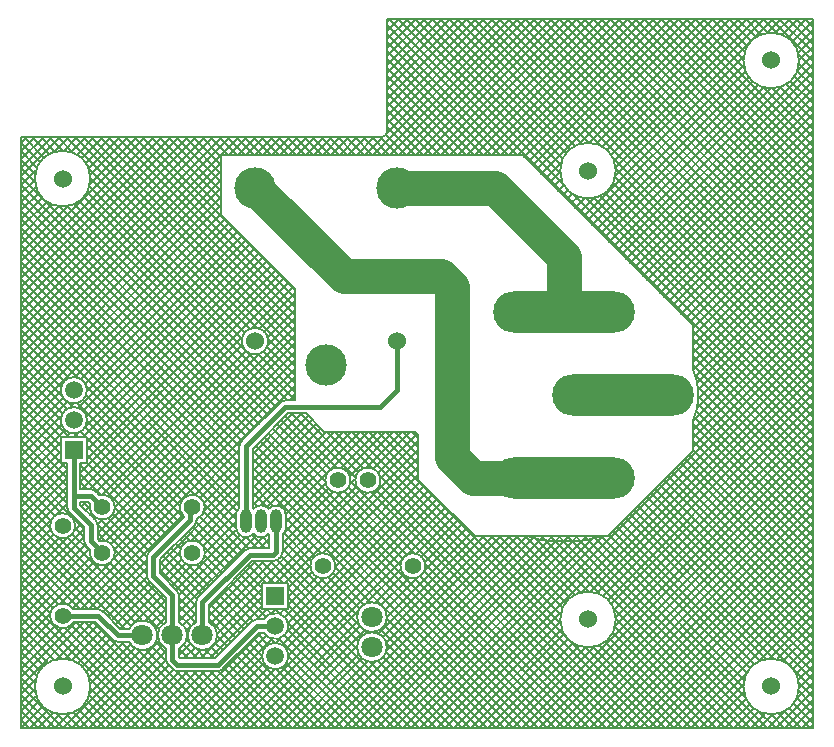
<source format=gbr>
%TF.GenerationSoftware,Altium Limited,Altium Designer,21.8.1 (53)*%
G04 Layer_Physical_Order=1*
G04 Layer_Color=255*
%FSLAX43Y43*%
%MOMM*%
%TF.SameCoordinates,5F523219-7FD1-4E24-926C-018E4D8E6641*%
%TF.FilePolarity,Positive*%
%TF.FileFunction,Copper,L1,Top,Signal*%
%TF.Part,Single*%
G01*
G75*
%TA.AperFunction,NonConductor*%
%ADD10C,0.203*%
%TA.AperFunction,Conductor*%
%ADD11C,3.000*%
%ADD12C,0.400*%
%TA.AperFunction,ComponentPad*%
%ADD13O,1.000X2.000*%
%ADD14O,1.000X2.000*%
%ADD15C,3.500*%
%ADD16C,1.524*%
%ADD17O,12.000X3.500*%
%ADD18C,1.400*%
%ADD19C,1.416*%
%ADD20R,1.500X1.500*%
%ADD21C,1.500*%
%TA.AperFunction,ViaPad*%
%ADD22C,1.524*%
%TA.AperFunction,ComponentPad*%
%ADD23C,1.800*%
D10*
X66356Y57000D02*
G03*
X66356Y57000I-2356J0D01*
G01*
D02*
G03*
X66356Y57000I-2356J0D01*
G01*
X57350Y26437D02*
G03*
X57838Y28670I-4868J2233D01*
G01*
D02*
G03*
X57350Y30903I-5356J0D01*
G01*
X31000Y50517D02*
G03*
X31483Y51000I0J483D01*
G01*
X31000Y50517D02*
G03*
X31483Y51000I0J483D01*
G01*
X50838Y47670D02*
G03*
X50838Y47670I-2356J0D01*
G01*
D02*
G03*
X50838Y47670I-2356J0D01*
G01*
X30909Y21463D02*
G03*
X30909Y21463I-1064J0D01*
G01*
X28369D02*
G03*
X28369Y21463I-1064J0D01*
G01*
X22860Y28242D02*
G03*
X22467Y28079I0J-556D01*
G01*
X22860Y28242D02*
G03*
X22467Y28079I0J-556D01*
G01*
X22922Y18486D02*
G03*
X21431Y19059I-856J0D01*
G01*
X47482Y16314D02*
G03*
X49477Y16700I0J5356D01*
G01*
X66356Y4000D02*
G03*
X66356Y4000I-2356J0D01*
G01*
D02*
G03*
X66356Y4000I-2356J0D01*
G01*
X50838Y9670D02*
G03*
X50838Y9670I-2356J0D01*
G01*
D02*
G03*
X50838Y9670I-2356J0D01*
G01*
X43487Y16700D02*
G03*
X45482Y16314I1995J4970D01*
G01*
X22622Y16835D02*
G03*
X22922Y17486I-556J651D01*
G01*
X21431Y16913D02*
G03*
X21510Y16835I635J573D01*
G01*
X22459Y14986D02*
G03*
X22622Y15379I-393J393D01*
G01*
X22459Y14986D02*
G03*
X22622Y15379I-393J393D01*
G01*
X34711Y14224D02*
G03*
X34711Y14224I-1056J0D01*
G01*
X31450Y7334D02*
G03*
X31450Y7334I-1256J0D01*
G01*
Y9874D02*
G03*
X31450Y9874I-1256J0D01*
G01*
X27091Y14224D02*
G03*
X27091Y14224I-1056J0D01*
G01*
X21044Y8561D02*
G03*
X23106Y9117I956J556D01*
G01*
D02*
G03*
X21044Y9673I-1106J0D01*
G01*
X21832Y14589D02*
G03*
X22225Y14752I0J556D01*
G01*
X21832Y14589D02*
G03*
X22225Y14752I0J556D01*
G01*
X23106Y6577D02*
G03*
X23106Y6577I-1106J0D01*
G01*
X21407Y33242D02*
G03*
X21407Y33242I-1118J0D01*
G01*
X19133Y24745D02*
G03*
X18970Y24352I393J-393D01*
G01*
X19133Y24745D02*
G03*
X18970Y24352I393J-393D01*
G01*
X21431Y19059D02*
G03*
X20161Y19059I-635J-573D01*
G01*
Y16913D02*
G03*
X21431Y16913I635J573D01*
G01*
X18670Y17486D02*
G03*
X20161Y16913I856J0D01*
G01*
X18970Y19137D02*
G03*
X18670Y18486I556J-651D01*
G01*
X20161Y19059D02*
G03*
X20082Y19137I-635J-573D01*
G01*
X15350Y18186D02*
G03*
X16042Y19177I-364J991D01*
G01*
D02*
G03*
X14239Y18431I-1056J0D01*
G01*
X15188Y17702D02*
G03*
X15350Y18095I-393J393D01*
G01*
X15188Y17702D02*
G03*
X15350Y18095I-393J393D01*
G01*
X6356Y47000D02*
G03*
X6356Y47000I-2356J0D01*
G01*
D02*
G03*
X6356Y47000I-2356J0D01*
G01*
X6059Y29083D02*
G03*
X6059Y29083I-1106J0D01*
G01*
Y26543D02*
G03*
X6059Y26543I-1106J0D01*
G01*
X6789Y20540D02*
G03*
X6396Y20703I-393J-393D01*
G01*
X8422Y19177D02*
G03*
X7124Y20205I-1056J0D01*
G01*
X6789Y20540D02*
G03*
X6396Y20703I-393J-393D01*
G01*
X6338Y19419D02*
G03*
X8422Y19177I1028J-242D01*
G01*
X6956Y17700D02*
G03*
X6793Y18093I-556J0D01*
G01*
X6956Y17700D02*
G03*
X6793Y18093I-556J0D01*
G01*
X5844Y16278D02*
G03*
X6007Y15885I556J0D01*
G01*
X5844Y16278D02*
G03*
X6007Y15885I556J0D01*
G01*
X4397Y19147D02*
G03*
X4560Y18754I556J0D01*
G01*
X4397Y19147D02*
G03*
X4560Y18754I556J0D01*
G01*
X5056Y17610D02*
G03*
X5056Y17610I-1056J0D01*
G01*
X19844Y15701D02*
G03*
X19451Y15538I0J-556D01*
G01*
X19844Y15701D02*
G03*
X19451Y15538I0J-556D01*
G01*
X16042Y15311D02*
G03*
X16042Y15311I-1056J0D01*
G01*
X15450Y11537D02*
G03*
X15287Y11144I393J-393D01*
G01*
X15450Y11537D02*
G03*
X15287Y11144I393J-393D01*
G01*
X13859Y11716D02*
G03*
X13696Y12109I-556J0D01*
G01*
X13859Y11716D02*
G03*
X13696Y12109I-556J0D01*
G01*
X20420Y9673D02*
G03*
X20027Y9510I0J-556D01*
G01*
X20420Y9673D02*
G03*
X20027Y9510I0J-556D01*
G01*
X17099Y8334D02*
G03*
X16399Y9460I-1256J0D01*
G01*
X17145Y5286D02*
G03*
X17538Y5449I0J556D01*
G01*
X17145Y5286D02*
G03*
X17538Y5449I0J556D01*
G01*
X15287Y9460D02*
G03*
X17099Y8334I556J-1126D01*
G01*
X13859Y7208D02*
G03*
X14559Y8334I-556J1126D01*
G01*
D02*
G03*
X13859Y9460I-1256J0D01*
G01*
X11291Y15377D02*
G03*
X11128Y14984I393J-393D01*
G01*
Y13335D02*
G03*
X11291Y12942I556J0D01*
G01*
X11128Y13335D02*
G03*
X11291Y12942I556J0D01*
G01*
X8422Y15311D02*
G03*
X7124Y16339I-1056J0D01*
G01*
X6338Y15553D02*
G03*
X8422Y15311I1028J-242D01*
G01*
X11291Y15377D02*
G03*
X11128Y14984I393J-393D01*
G01*
X7403Y10383D02*
G03*
X7010Y10546I-393J-393D01*
G01*
X12747Y9460D02*
G03*
X12747Y7208I556J-1126D01*
G01*
X12019Y8334D02*
G03*
X9637Y8890I-1256J0D01*
G01*
X7403Y10383D02*
G03*
X7010Y10546I-393J-393D01*
G01*
X4898D02*
G03*
X4898Y9434I-898J-556D01*
G01*
X9637Y7778D02*
G03*
X12019Y8334I1126J556D01*
G01*
X13323Y5449D02*
G03*
X13716Y5286I393J393D01*
G01*
X12747Y6255D02*
G03*
X12910Y5862I556J0D01*
G01*
X12747Y6255D02*
G03*
X12910Y5862I556J0D01*
G01*
X8273Y7941D02*
G03*
X8666Y7778I393J393D01*
G01*
X8273Y7941D02*
G03*
X8666Y7778I393J393D01*
G01*
X13323Y5449D02*
G03*
X13716Y5286I393J393D01*
G01*
X6356Y4000D02*
G03*
X6356Y4000I-2356J0D01*
G01*
D02*
G03*
X6356Y4000I-2356J0D01*
G01*
X66133Y60517D02*
X67517Y59133D01*
X66851Y60517D02*
X67517Y59851D01*
X65414Y60517D02*
X67517Y58414D01*
X64917Y59170D02*
X66265Y60517D01*
X65377Y58911D02*
X66983Y60517D01*
X66055Y58152D02*
X67517Y59615D01*
X66266Y57645D02*
X67517Y58896D01*
X65755Y58571D02*
X67517Y60333D01*
X64696Y60517D02*
X67517Y57696D01*
X61822Y60517D02*
X63145Y59195D01*
X61104Y60517D02*
X62674Y58947D01*
X60385Y60517D02*
X62286Y58616D01*
X59667Y60517D02*
X61977Y58207D01*
X58948Y60517D02*
X61754Y57711D01*
X64357Y59328D02*
X65546Y60517D01*
X63638Y59328D02*
X64828Y60517D01*
X62540D02*
X63719Y59339D01*
X63259Y60517D02*
X64467Y59309D01*
X55356Y60517D02*
X67517Y48356D01*
X56075Y60517D02*
X67517Y49075D01*
X54638Y60517D02*
X67517Y47638D01*
X53919Y60517D02*
X67517Y46919D01*
X53201Y60517D02*
X67517Y46201D01*
X52483Y60517D02*
X67517Y45483D01*
X51764Y60517D02*
X67517Y44764D01*
X51046Y60517D02*
X67517Y44046D01*
X51363Y40587D02*
X67517Y56741D01*
X63977Y60517D02*
X67517Y56977D01*
X58230Y60517D02*
X61647Y57101D01*
X57511Y60517D02*
X61761Y56268D01*
X56793Y60517D02*
X67517Y49793D01*
X66356Y57016D02*
X67517Y58178D01*
X66309Y57467D02*
X67517Y56259D01*
X66190Y56132D02*
X67517Y57459D01*
X50100Y49382D02*
X61236Y60517D01*
X49691Y49691D02*
X60517Y60517D01*
X50431Y48994D02*
X61954Y60517D01*
X49196Y49915D02*
X59799Y60517D01*
X49691Y49691D02*
X60517Y60517D01*
X50821Y47948D02*
X63391Y60517D01*
X50790Y47198D02*
X64110Y60517D01*
X31483D02*
X67517D01*
X50678Y48523D02*
X62673Y60517D01*
X43461Y48489D02*
X55488Y60517D01*
X43101Y48849D02*
X54770Y60517D01*
X43820Y48130D02*
X56207Y60517D01*
X41816Y49000D02*
X53333Y60517D01*
X42534Y49000D02*
X54052Y60517D01*
X48586Y50023D02*
X59081Y60517D01*
X47756Y49911D02*
X58362Y60517D01*
X44179Y47771D02*
X56925Y60517D01*
X44538Y47412D02*
X57644Y60517D01*
X43861D02*
X67517Y36861D01*
X44580Y60517D02*
X67517Y37580D01*
X43143Y60517D02*
X67517Y36143D01*
X42425Y60517D02*
X67517Y35425D01*
X41706Y60517D02*
X67517Y34706D01*
X40988Y60517D02*
X67517Y33988D01*
X40269Y60517D02*
X67517Y33269D01*
X39551Y60517D02*
X67517Y32551D01*
X31648Y60517D02*
X67517Y24648D01*
X49609Y60517D02*
X67517Y42609D01*
X50327Y60517D02*
X67517Y43327D01*
X48890Y60517D02*
X67517Y41890D01*
X48172Y60517D02*
X67517Y41172D01*
X47454Y60517D02*
X67517Y40454D01*
X48130Y43820D02*
X61672Y57362D01*
X46735Y60517D02*
X67517Y39735D01*
X46017Y60517D02*
X67517Y39017D01*
X45298Y60517D02*
X67517Y38298D01*
X57350Y32205D02*
X67517Y42373D01*
X57350Y32924D02*
X67517Y43091D01*
X57350Y31487D02*
X67517Y41654D01*
X57350Y34361D02*
X67517Y44528D01*
X57350Y33642D02*
X67517Y43810D01*
X57734Y29716D02*
X67517Y39499D01*
X57822Y29085D02*
X67517Y38781D01*
X57391Y30810D02*
X67517Y40936D01*
X57588Y30288D02*
X67517Y40217D01*
X66195Y56145D02*
X67517Y54822D01*
X66339Y56719D02*
X67517Y55540D01*
X65947Y55674D02*
X67517Y54104D01*
X65616Y55286D02*
X67517Y53385D01*
X65207Y54977D02*
X67517Y52667D01*
X64711Y54754D02*
X67517Y51948D01*
X64101Y54647D02*
X67517Y51230D01*
X63268Y54761D02*
X67517Y50511D01*
X57350Y30903D02*
Y34600D01*
Y31224D02*
X67517Y21056D01*
X57350Y32660D02*
X67517Y22493D01*
X57597Y30259D02*
X67517Y20338D01*
X57350Y34097D02*
X67517Y23930D01*
X57350Y33379D02*
X67517Y23211D01*
X57795Y29341D02*
X67517Y19619D01*
X57837Y28581D02*
X67517Y18901D01*
X57784Y27916D02*
X67517Y18183D01*
X57664Y27317D02*
X67517Y17464D01*
X57718Y27544D02*
X67517Y37344D01*
X57829Y28374D02*
X67517Y38062D01*
X57367Y26475D02*
X67517Y36625D01*
X57350Y25739D02*
X67517Y35907D01*
X57350Y25021D02*
X67517Y35188D01*
X57350Y23900D02*
Y26437D01*
Y24303D02*
X67517Y34470D01*
X53159Y38791D02*
X67517Y53149D01*
X52800Y39150D02*
X67517Y53867D01*
X53518Y38432D02*
X67517Y52431D01*
X52082Y39868D02*
X67517Y55304D01*
X52441Y39509D02*
X67517Y54586D01*
X54596Y37354D02*
X67517Y50275D01*
X54955Y36995D02*
X67517Y49557D01*
X53878Y38072D02*
X67517Y51712D01*
X54237Y37713D02*
X67517Y50994D01*
X49567Y42383D02*
X62429Y55245D01*
X49208Y42742D02*
X62089Y55623D01*
X51722Y40228D02*
X67517Y56023D01*
X48489Y43461D02*
X61672Y56643D01*
X48849Y43101D02*
X61830Y56083D01*
X50645Y41305D02*
X63984Y54644D01*
X51004Y40946D02*
X64868Y54810D01*
X49926Y42024D02*
X62848Y54945D01*
X50286Y41664D02*
X63355Y54734D01*
X50585Y46609D02*
X67517Y29677D01*
X50776Y47137D02*
X67517Y30396D01*
X50302Y46174D02*
X67517Y28959D01*
X49939Y45819D02*
X67517Y28240D01*
X47172Y45713D02*
X67517Y25367D01*
X49496Y45544D02*
X67517Y27522D01*
X57350Y31942D02*
X67517Y21775D01*
X48958Y45363D02*
X67517Y26804D01*
X48279Y45323D02*
X67517Y26085D01*
X55674Y36276D02*
X67517Y48120D01*
X55314Y36636D02*
X67517Y48838D01*
X50834Y47797D02*
X67517Y31114D01*
X42950Y49000D02*
X57350Y34600D01*
X50548Y48802D02*
X67517Y31833D01*
X56751Y35199D02*
X67517Y45965D01*
X57111Y34839D02*
X67517Y45246D01*
X56033Y35917D02*
X67517Y47402D01*
X56392Y35558D02*
X67517Y46683D01*
X36677Y60517D02*
X47421Y49773D01*
X35959Y60517D02*
X46986Y49490D01*
X35240Y60517D02*
X46631Y49127D01*
X32476Y49000D02*
X43994Y60517D01*
X33195Y49000D02*
X44712Y60517D01*
X38833D02*
X49614Y49736D01*
X41097Y49000D02*
X52615Y60517D01*
X38114D02*
X48609Y50022D01*
X37396Y60517D02*
X47949Y49964D01*
X31483Y56373D02*
X38855Y49000D01*
X31483Y55654D02*
X38137Y49000D01*
X31758D02*
X43275Y60517D01*
X31483Y60219D02*
X31781Y60517D01*
X31483Y57091D02*
X39574Y49000D01*
X31483Y53499D02*
X35981Y49000D01*
X31483Y52780D02*
X35263Y49000D01*
X31483Y54936D02*
X37418Y49000D01*
X31483Y54217D02*
X36700Y49000D01*
X36787D02*
X48304Y60517D01*
X36068Y49000D02*
X47586Y60517D01*
X37505Y49000D02*
X49023Y60517D01*
X35350Y49000D02*
X46867Y60517D01*
X32367D02*
X46525Y46360D01*
X39661Y49000D02*
X51178Y60517D01*
X40379Y49000D02*
X51896Y60517D01*
X38224Y49000D02*
X49741Y60517D01*
X38942Y49000D02*
X50459Y60517D01*
X34632Y49000D02*
X46149Y60517D01*
X33913Y49000D02*
X45431Y60517D01*
X34522D02*
X46356Y48684D01*
X33804Y60517D02*
X46175Y48146D01*
X33085Y60517D02*
X46135Y47467D01*
X31483Y58528D02*
X41010Y49000D01*
X31483Y57809D02*
X40292Y49000D01*
X31483Y59965D02*
X42447Y49000D01*
X31483Y59246D02*
X41729Y49000D01*
X31483Y54472D02*
X37528Y60517D01*
X31483Y55190D02*
X36810Y60517D01*
X31483Y53754D02*
X38246Y60517D01*
X31483Y56627D02*
X35373Y60517D01*
X31483Y55909D02*
X36091Y60517D01*
X31483Y52317D02*
X39683Y60517D01*
X31483Y51598D02*
X40402Y60517D01*
X31483Y53035D02*
X38965Y60517D01*
X31462Y50859D02*
X41120Y60517D01*
X31483Y58064D02*
X33936Y60517D01*
X31483Y58783D02*
X33217Y60517D01*
X31483Y57346D02*
X34654Y60517D01*
X31483Y59501D02*
X32499Y60517D01*
X31483Y51000D02*
Y60517D01*
X25292Y49000D02*
X26809Y50517D01*
X25843D02*
X27360Y49000D01*
X31483Y52062D02*
X34545Y49000D01*
X31391Y50717D02*
X33108Y49000D01*
X31483Y51344D02*
X33826Y49000D01*
X30321D02*
X41838Y60517D01*
X31039Y49000D02*
X42557Y60517D01*
X30154Y50517D02*
X31671Y49000D01*
X30872Y50517D02*
X32389Y49000D01*
X29435Y50517D02*
X30953Y49000D01*
X29603D02*
X31141Y50538D01*
X26729Y49000D02*
X28246Y50517D01*
X26561D02*
X28079Y49000D01*
X27280Y50517D02*
X28797Y49000D01*
X22418D02*
X23936Y50517D01*
X26011Y49000D02*
X27528Y50517D01*
X28166Y49000D02*
X29683Y50517D01*
X28884Y49000D02*
X30402Y50517D01*
X27447Y49000D02*
X28965Y50517D01*
X27998D02*
X29516Y49000D01*
X46334Y45616D02*
X46770Y46052D01*
X45975Y45975D02*
X46461Y46461D01*
X45975Y45975D02*
X46461Y46461D01*
X47412Y44538D02*
X48204Y45331D01*
X47771Y44179D02*
X48954Y45362D01*
X46693Y45257D02*
X47158Y45721D01*
X47053Y44897D02*
X47629Y45474D01*
X44897Y47053D02*
X46241Y48396D01*
X28717Y50517D02*
X30234Y49000D01*
X45257Y46693D02*
X46129Y47566D01*
X24574Y49000D02*
X26091Y50517D01*
X25125D02*
X26642Y49000D01*
X45616Y46334D02*
X46237Y46956D01*
X33900Y25500D02*
X34100Y25300D01*
X24570Y27130D02*
X26150Y25550D01*
X33900D01*
X32850D02*
X34100Y24300D01*
X33568Y25550D02*
X34100Y25018D01*
X32132Y25550D02*
X34100Y23582D01*
X31413Y25550D02*
X34100Y22863D01*
X30318Y22416D02*
X33453Y25550D01*
X30904Y21564D02*
X34100Y24761D01*
Y21500D02*
Y25300D01*
X30695Y25550D02*
X34100Y22145D01*
X30707Y22086D02*
X34011Y25389D01*
X28008Y22261D02*
X31297Y25550D01*
X27531Y22502D02*
X30579Y25550D01*
X28301Y21835D02*
X32016Y25550D01*
X27103D02*
X30180Y22472D01*
X26384Y25550D02*
X29474Y22460D01*
X29701Y22517D02*
X32734Y25550D01*
X28316Y21131D02*
X28791Y21607D01*
X23688Y50517D02*
X25205Y49000D01*
X23137D02*
X24654Y50517D01*
X23855Y49000D02*
X25373Y50517D01*
X22251D02*
X23768Y49000D01*
X22969Y50517D02*
X24487Y49000D01*
X24406Y50517D02*
X25924Y49000D01*
X23213Y28242D02*
X23700Y28729D01*
X20995Y32376D02*
X23700Y29671D01*
X22860Y28242D02*
X23700D01*
X21700Y49000D02*
X23217Y50517D01*
X21533D02*
X23050Y49000D01*
X21090Y34021D02*
X23700Y36632D01*
X20814Y50517D02*
X22331Y49000D01*
X20982D02*
X22499Y50517D01*
X21357Y33570D02*
X23700Y35913D01*
X21393Y33415D02*
X23700Y31108D01*
X21323Y32818D02*
X23700Y35195D01*
X21308Y32782D02*
X23700Y30389D01*
X24085Y27130D02*
X29048Y22168D01*
X22869Y26910D02*
X27254Y22525D01*
X23367Y27130D02*
X28806Y21691D01*
X22510Y26550D02*
X26714Y22347D01*
X20778Y19341D02*
X26987Y25550D01*
X22677Y19085D02*
X29142Y25550D01*
X22914Y18603D02*
X29861Y25550D01*
X22204Y19330D02*
X28424Y25550D01*
X21319Y19163D02*
X27705Y25550D01*
X23700Y28242D02*
Y37650D01*
X23090Y27130D02*
X24570D01*
X22151Y26191D02*
X26371Y21971D01*
X22922Y17893D02*
X26266Y21237D01*
X22922Y17486D02*
Y18486D01*
X21792Y25832D02*
X26245Y21379D01*
X50699Y10467D02*
X67517Y27286D01*
X50461Y10948D02*
X67517Y28004D01*
X50828Y9878D02*
X67517Y26567D01*
X49739Y11662D02*
X67517Y29441D01*
X50139Y11344D02*
X67517Y28723D01*
X55983Y22533D02*
X67517Y10998D01*
X55624Y22174D02*
X67517Y10280D01*
X55264Y21814D02*
X67517Y9561D01*
X50767Y9099D02*
X67517Y25849D01*
X57350Y24758D02*
X67517Y14590D01*
X57490Y26773D02*
X67517Y16746D01*
X57350Y24039D02*
X67517Y13872D01*
X57350Y26195D02*
X67517Y16027D01*
X57350Y25476D02*
X67517Y15309D01*
X57060Y23610D02*
X67517Y13154D01*
X56701Y23251D02*
X67517Y12435D01*
X50150Y16700D02*
X57350Y23900D01*
X56342Y22892D02*
X67517Y11717D01*
X53828Y20378D02*
X67517Y6688D01*
X54187Y20737D02*
X67517Y7406D01*
Y483D02*
Y60517D01*
X53468Y20018D02*
X67517Y5969D01*
X53109Y19659D02*
X67517Y5251D01*
X52750Y19300D02*
X67517Y4533D01*
X52391Y18941D02*
X67517Y3814D01*
X50054Y483D02*
X67517Y17946D01*
X50772Y483D02*
X67517Y17228D01*
X54546Y21096D02*
X67517Y8125D01*
X54905Y21455D02*
X67517Y8843D01*
X52032Y18582D02*
X64273Y6340D01*
X51672Y18222D02*
X63577Y6317D01*
X51313Y17863D02*
X63030Y6146D01*
X50954Y17504D02*
X62579Y5879D01*
X50595Y17145D02*
X62209Y5530D01*
X50236Y16786D02*
X61918Y5103D01*
X49603Y16700D02*
X61718Y4585D01*
X47864Y11943D02*
X67517Y31596D01*
X48658Y12019D02*
X67517Y30878D01*
X49254Y11896D02*
X67517Y30160D01*
X27821Y25550D02*
X52888Y483D01*
X35685D02*
X67517Y32315D01*
X49477Y16700D02*
X50150D01*
X42869Y483D02*
X67517Y25131D01*
X43588Y483D02*
X67517Y24412D01*
X47945Y16334D02*
X48311Y16700D01*
X47447D02*
X47822Y16325D01*
X47207Y16314D02*
X47592Y16700D01*
X43137D02*
X47887Y11949D01*
X42418Y16700D02*
X47371Y11747D01*
X48884Y16700D02*
X49039Y16546D01*
X48811Y16482D02*
X49029Y16700D01*
X43487D02*
X49477D01*
X48166D02*
X48461Y16405D01*
X45743Y483D02*
X67517Y22257D01*
X44306Y483D02*
X67517Y23694D01*
X46462Y483D02*
X67517Y21538D01*
X34248Y483D02*
X67517Y33752D01*
X34967Y483D02*
X67517Y33033D01*
X48617Y483D02*
X67517Y19383D01*
X49335Y483D02*
X67517Y18665D01*
X47180Y483D02*
X67517Y20820D01*
X47898Y483D02*
X67517Y20102D01*
X29258Y25550D02*
X54325Y483D01*
X30854Y21798D02*
X52170Y483D01*
X45025D02*
X67517Y22975D01*
X28367Y21412D02*
X49296Y483D01*
X28539Y25550D02*
X53607Y483D01*
X30842Y21092D02*
X51452Y483D01*
X33530D02*
X49747Y16700D01*
X30073Y20424D02*
X50015Y483D01*
X30550Y20666D02*
X50733Y483D01*
X66351Y3848D02*
X67517Y5015D01*
X66299Y4515D02*
X67517Y5733D01*
X66340Y4273D02*
X67517Y3096D01*
X66111Y5045D02*
X67517Y6452D01*
X66036Y2814D02*
X67517Y4296D01*
X66317Y3577D02*
X67517Y2377D01*
X66146Y3030D02*
X67517Y1659D01*
X65879Y2579D02*
X67517Y940D01*
X64422Y483D02*
X67517Y3578D01*
X65029Y6119D02*
X67517Y8607D01*
X64495Y6303D02*
X67517Y9325D01*
X65470Y5841D02*
X67517Y7888D01*
X63823Y6349D02*
X67517Y10044D01*
X62755Y6000D02*
X67517Y10762D01*
X65830Y5483D02*
X67517Y7170D01*
X57238Y483D02*
X62000Y5245D01*
X65141Y483D02*
X67517Y2859D01*
X65530Y2209D02*
X67257Y483D01*
X65859D02*
X67517Y2141D01*
X63704Y483D02*
X65186Y1964D01*
X65103Y1918D02*
X66538Y483D01*
X66577D02*
X67517Y1423D01*
X67296Y483D02*
X67517Y704D01*
X63939Y1645D02*
X65102Y483D01*
X64585Y1718D02*
X65820Y483D01*
X60112D02*
X62159Y2530D01*
X59393Y483D02*
X61881Y2971D01*
X60830Y483D02*
X62517Y2170D01*
X57956Y483D02*
X61651Y4177D01*
X58675Y483D02*
X61697Y3505D01*
X62985Y483D02*
X64152Y1649D01*
X62997Y1868D02*
X64383Y483D01*
X61548D02*
X62955Y1889D01*
X62267Y483D02*
X63486Y1701D01*
X48461Y16405D02*
X61868Y2997D01*
X49039Y16546D02*
X61645Y3939D01*
X47822Y16325D02*
X63665Y483D01*
X45678Y16314D02*
X61509Y483D01*
X46396Y16314D02*
X62228Y483D01*
X47115Y16314D02*
X62946Y483D01*
X48194Y7332D02*
X55044Y483D01*
X44044Y16511D02*
X48530Y12025D01*
X45482Y16314D02*
X47482D01*
X44931Y16343D02*
X49461Y11812D01*
X32812Y483D02*
X48811Y16482D01*
X34702Y14358D02*
X48578Y483D01*
X41433D02*
X48274Y7324D01*
X42151Y483D02*
X49053Y7385D01*
X34596Y13746D02*
X47859Y483D01*
X40714D02*
X47685Y7453D01*
X53646Y483D02*
X67517Y14354D01*
X52927Y483D02*
X67517Y15073D01*
X54364Y483D02*
X67517Y13636D01*
X51491Y483D02*
X67517Y16509D01*
X52209Y483D02*
X67517Y15791D01*
X55801Y483D02*
X67517Y12199D01*
X56519Y483D02*
X67517Y11481D01*
X50624Y10649D02*
X60791Y483D01*
X55083D02*
X67517Y12917D01*
X50761Y9075D02*
X59354Y483D01*
X50559Y8559D02*
X58636Y483D01*
X50837Y9718D02*
X60073Y483D01*
X31375D02*
X47207Y16314D01*
X32093Y483D02*
X47945Y16334D01*
X49896Y7786D02*
X57199Y483D01*
X50267Y8133D02*
X57917Y483D01*
X48894Y7351D02*
X55762Y483D01*
X49444Y7520D02*
X56481Y483D01*
X45067Y16330D02*
X45437Y16700D01*
X44574D02*
X44931Y16343D01*
X45292Y16700D02*
X45678Y16314D01*
X44436Y16418D02*
X44718Y16700D01*
X46488Y16314D02*
X46874Y16700D01*
X46729D02*
X47115Y16314D01*
X45770D02*
X46155Y16700D01*
X46011D02*
X46396Y16314D01*
X34100Y21500D02*
X38900Y16700D01*
X33924Y15245D02*
X37139Y18461D01*
X33049Y15088D02*
X36780Y18820D01*
X28189Y20872D02*
X33790Y15271D01*
X27813Y20529D02*
X33177Y15165D01*
X43864Y16565D02*
X44000Y16700D01*
X43855D02*
X44044Y16511D01*
X38900Y16700D02*
X43487D01*
X34384Y14987D02*
X37499Y18101D01*
X41700Y16700D02*
X46945Y11455D01*
X40982Y16700D02*
X46598Y11084D01*
X40263Y16700D02*
X46332Y10632D01*
X39545Y16700D02*
X46163Y10082D01*
X29976Y25550D02*
X46144Y9382D01*
X29938Y483D02*
X45770Y16314D01*
X30656Y483D02*
X46488Y16314D01*
X28501Y483D02*
X44436Y16418D01*
X29219Y483D02*
X45067Y16330D01*
X34611Y13777D02*
X38217Y17383D01*
X34661Y14545D02*
X37858Y17742D01*
X31449Y9897D02*
X38576Y17024D01*
X27221Y20403D02*
X32792Y14832D01*
X30737Y8466D02*
X38971Y16700D01*
X31398Y7690D02*
X40408Y16700D01*
X31395Y6969D02*
X41126Y16700D01*
X31144Y8155D02*
X39689Y16700D01*
X27783Y483D02*
X43864Y16565D01*
X26606Y15112D02*
X34100Y22605D01*
X26056Y15279D02*
X34100Y23324D01*
X26955Y14742D02*
X34100Y21887D01*
X22809Y17061D02*
X26507Y20760D01*
X22622Y16156D02*
X26933Y20467D01*
X22922Y18236D02*
X25888Y15269D01*
X22922Y17518D02*
X25384Y15055D01*
X22622Y15437D02*
X27637Y20452D01*
X21510Y15701D02*
Y16835D01*
X22622Y15379D02*
Y16835D01*
X21402Y16882D02*
X21510Y16774D01*
X20926Y16640D02*
X21510Y16055D01*
X20730Y15701D02*
X21510Y16481D01*
X21448Y15701D02*
X21510Y15763D01*
X22595Y7509D02*
X35343Y20257D01*
X22987Y8618D02*
X34984Y20616D01*
X22949Y7144D02*
X35703Y19897D01*
X20714Y24754D02*
X44986Y483D01*
X21073Y25114D02*
X45704Y483D01*
X26346D02*
X42563Y16700D01*
X27064Y483D02*
X43282Y16700D01*
X23106Y6582D02*
X36062Y19538D01*
X25627Y483D02*
X41845Y16700D01*
X27088Y14157D02*
X34266Y21334D01*
X22820Y12763D02*
X34100Y24042D01*
X23065Y9415D02*
X34625Y20975D01*
X21432Y25473D02*
X32602Y14303D01*
X21384Y12763D02*
X29222Y20601D01*
X22750Y16971D02*
X25070Y14651D01*
X22622Y15663D02*
X29769Y8515D01*
X22622Y16381D02*
X25004Y13999D01*
X22102Y12763D02*
X29744Y20404D01*
X30974Y10858D02*
X33334Y13218D01*
X31301Y10467D02*
X34102Y13268D01*
X30491Y11094D02*
X32892Y13495D01*
X29713Y11034D02*
X32634Y13955D01*
X30041Y6088D02*
X35646Y483D01*
X23106Y11586D02*
X34209Y483D01*
X27080Y14077D02*
X30038Y11120D01*
X26866Y13573D02*
X29512Y10928D01*
X23106Y12329D02*
X24980Y14203D01*
X23106Y11611D02*
X25147Y13653D01*
X26462Y13259D02*
X29150Y10571D01*
X30372Y8631D02*
X30437Y8566D01*
X23106Y10892D02*
X25517Y13304D01*
X25810Y13193D02*
X28951Y10052D01*
X34263Y13361D02*
X47141Y483D01*
X36404D02*
X46209Y10288D01*
X37122Y483D02*
X46133Y9494D01*
X31440Y9718D02*
X40675Y483D01*
X33734Y13171D02*
X46423Y483D01*
X39277D02*
X46808Y8013D01*
X39996Y483D02*
X47204Y7691D01*
X37840Y483D02*
X46256Y8898D01*
X38559Y483D02*
X46490Y8413D01*
X31248Y9192D02*
X39957Y483D01*
X31375Y6909D02*
X37802Y483D01*
X31426Y7577D02*
X38520Y483D01*
X30891Y8830D02*
X39238Y483D01*
X31101Y6465D02*
X37083Y483D01*
X24909D02*
X30559Y6133D01*
X30674Y6174D02*
X36365Y483D01*
X23472D02*
X29373Y6384D01*
X24191Y483D02*
X29838Y6130D01*
X22806Y9874D02*
X26102Y13171D01*
X23106Y10551D02*
Y12763D01*
X22514Y15051D02*
X29325Y8241D01*
X20894Y12763D02*
X23106D01*
X22155Y14693D02*
X29034Y7814D01*
X22371Y10158D02*
X22765Y10551D01*
X20894D02*
X23106D01*
X22225Y14752D02*
X22459Y14986D01*
X20821Y14589D02*
X22648Y12763D01*
X20894Y10551D02*
Y12763D01*
X21666Y10171D02*
X22046Y10551D01*
X21985D02*
X22382Y10154D01*
X21267Y10551D02*
X21652Y10166D01*
X20650Y8561D02*
X21044D01*
X23106Y12305D02*
X34928Y483D01*
X23049Y8769D02*
X31336Y483D01*
X23106Y10868D02*
X33491Y483D01*
X22704Y10551D02*
X32773Y483D01*
X23037Y9499D02*
X32054Y483D01*
X22773Y8327D02*
X30617Y483D01*
X23105Y6558D02*
X29181Y483D01*
X21317D02*
X29601Y8767D01*
X22322Y8059D02*
X29899Y483D01*
X22050Y7681D02*
X22499Y8130D01*
X21561Y8102D02*
X21981Y7682D01*
X22035Y483D02*
X28940Y7387D01*
X21540Y14589D02*
X28948Y7181D01*
X22754Y483D02*
X29062Y6791D01*
X22944Y6001D02*
X28462Y483D01*
X22036Y5472D02*
X27025Y483D01*
X22587Y5640D02*
X27744Y483D01*
X18826Y49000D02*
X20344Y50517D01*
X18659D02*
X20176Y49000D01*
X19377Y50517D02*
X20895Y49000D01*
X17940Y50517D02*
X19458Y49000D01*
X18108D02*
X19625Y50517D01*
X20096D02*
X21613Y49000D01*
X20263D02*
X21781Y50517D01*
X17450Y49000D02*
X42950D01*
X19545D02*
X21062Y50517D01*
X15067D02*
X17450Y48134D01*
X15785Y50517D02*
X17450Y48853D01*
X14348Y50517D02*
X17450Y47416D01*
X13630Y50517D02*
X17450Y46697D01*
X12912Y50517D02*
X17450Y45979D01*
X16504Y50517D02*
X18021Y49000D01*
X17222Y50517D02*
X18739Y49000D01*
X12193Y50517D02*
X17450Y45261D01*
X11475Y50517D02*
X17450Y44542D01*
X10038Y50517D02*
X23700Y36855D01*
X10756Y50517D02*
X23700Y37574D01*
X9319Y50517D02*
X23700Y36137D01*
X8601Y50517D02*
X23700Y35418D01*
X7883Y50517D02*
X23700Y34700D01*
X17450Y43900D02*
X23700Y37650D01*
X7164Y50517D02*
X23700Y33982D01*
X6446Y50517D02*
X23700Y33263D01*
X6066Y45868D02*
X23693Y28242D01*
X6356Y47015D02*
X19423Y33948D01*
X17450Y43900D02*
Y49000D01*
X6273Y46380D02*
X19193Y33460D01*
X6168Y47922D02*
X19829Y34261D01*
X5770Y45446D02*
X22974Y28242D01*
X6058Y29048D02*
X19180Y42170D01*
X6015Y26849D02*
X20258Y41092D01*
X5917Y29625D02*
X18821Y42529D01*
X5951Y26066D02*
X20617Y40733D01*
X5727Y50517D02*
X23700Y32545D01*
X4290Y50517D02*
X20462Y34346D01*
X483Y32093D02*
X18907Y50517D01*
X483Y33530D02*
X17470Y50517D01*
X483Y32812D02*
X18188Y50517D01*
X5040Y30185D02*
X18103Y43247D01*
X5572Y29999D02*
X18462Y42888D01*
X483Y50517D02*
X31000D01*
X5009D02*
X23700Y31826D01*
X483Y34248D02*
X16752Y50517D01*
X483Y34967D02*
X16033Y50517D01*
X483Y31375D02*
X17450Y48342D01*
X483Y36404D02*
X14596Y50517D01*
X483Y35685D02*
X15315Y50517D01*
X483Y29219D02*
X17450Y46187D01*
X483Y28501D02*
X17450Y45468D01*
X483Y30656D02*
X17450Y47624D01*
X483Y29938D02*
X17450Y46905D01*
X5395Y45102D02*
X22443Y28055D01*
X483Y45704D02*
X20288Y25899D01*
X483Y44986D02*
X19928Y25540D01*
X483Y47141D02*
X21006Y26618D01*
X483Y46423D02*
X20647Y26258D01*
X4939Y44840D02*
X22084Y27695D01*
X5753Y27306D02*
X19899Y41451D01*
X4385Y44676D02*
X21724Y27336D01*
X3675Y44667D02*
X21365Y26977D01*
X483Y26346D02*
X17743Y43607D01*
X483Y27064D02*
X17450Y44032D01*
X483Y43549D02*
X19210Y24822D01*
X483Y27783D02*
X17450Y44750D01*
X483Y44267D02*
X19569Y25181D01*
X5316Y27587D02*
X19539Y41811D01*
X483Y41394D02*
X18970Y22906D01*
X483Y42831D02*
X18970Y24343D01*
X483Y42112D02*
X18970Y23624D01*
X20507Y32146D02*
X23700Y28953D01*
X20650Y34300D02*
X23700Y37350D01*
X20082Y21518D02*
X25132Y26568D01*
X20082Y22955D02*
X24257Y27130D01*
X20082Y22237D02*
X24772Y26928D01*
X20082Y20082D02*
X25850Y25850D01*
X20082Y19363D02*
X26268Y25550D01*
X20082Y20800D02*
X25491Y26209D01*
X20082Y20082D02*
X25850Y25850D01*
X19933Y34301D02*
X23491Y37859D01*
X20082Y24122D02*
X23090Y27130D01*
X20082Y23674D02*
X23538Y27130D01*
X19133Y24745D02*
X22467Y28079D01*
X20082Y21076D02*
X21845Y19313D01*
X15969Y19561D02*
X18970Y22563D01*
X20082Y19639D02*
X20452Y19269D01*
X20082Y20358D02*
X21198Y19241D01*
X20011Y15701D02*
X20956Y16646D01*
X20043Y16804D02*
X21147Y15701D01*
X19498Y16631D02*
X20428Y15701D01*
X19844D02*
X21510D01*
X20082Y19137D02*
Y24122D01*
X18970Y19137D02*
Y24352D01*
X15996Y18870D02*
X18970Y21844D01*
X16020Y19391D02*
X19723Y15687D01*
X18670Y17486D02*
Y18486D01*
X15877Y15877D02*
X18697Y18697D01*
X15877Y15877D02*
X18697Y18697D01*
X6059Y24019D02*
X21695Y39655D01*
X6059Y24738D02*
X21336Y40014D01*
X6059Y23301D02*
X22054Y39296D01*
X5711Y25109D02*
X20976Y40374D01*
X5509Y22032D02*
X22413Y38937D01*
X7299Y20230D02*
X19510Y32441D01*
X7884Y20097D02*
X19961Y32174D01*
X5509Y21314D02*
X22772Y38578D01*
X5616Y20703D02*
X23132Y38218D01*
X6334Y20703D02*
X19230Y33598D01*
X483Y39238D02*
X18970Y20751D01*
X483Y38520D02*
X18970Y20032D01*
X483Y40675D02*
X18970Y22187D01*
X483Y39957D02*
X18970Y21469D01*
X15185Y20214D02*
X18970Y23999D01*
X15670Y19981D02*
X18970Y23281D01*
X6839Y20489D02*
X19231Y32881D01*
X6013Y29398D02*
X15200Y20211D01*
X7062Y16401D02*
X23700Y33039D01*
X8421Y19198D02*
X23700Y34476D01*
X7694Y16315D02*
X23700Y32321D01*
X483Y37802D02*
X18970Y19314D01*
X6956Y17014D02*
X23700Y33758D01*
X14929Y16366D02*
X18970Y20407D01*
X15510Y16228D02*
X18970Y19689D01*
X8254Y19748D02*
X20713Y32208D01*
X8134Y16036D02*
X23700Y31603D01*
X483Y35646D02*
X18671Y17458D01*
X483Y37083D02*
X18741Y18825D01*
X483Y36365D02*
X18670Y18177D01*
X15350Y18095D02*
Y18186D01*
X14293Y16807D02*
X14758Y16342D01*
X5944Y48331D02*
X8131Y50517D01*
X5612Y48717D02*
X7412Y50517D01*
X6193Y47861D02*
X8849Y50517D01*
X4705Y49248D02*
X5975Y50517D01*
X5202Y49026D02*
X6694Y50517D01*
X6338Y47288D02*
X9567Y50517D01*
X6311Y46542D02*
X10286Y50517D01*
X2854D02*
X4015Y49356D01*
X2135Y50517D02*
X3380Y49273D01*
X3256Y49235D02*
X4538Y50517D01*
X1417D02*
X2868Y49066D01*
X698Y50517D02*
X2446Y48770D01*
X4093Y49354D02*
X5257Y50517D01*
X3572D02*
X4922Y49168D01*
X483Y42151D02*
X3139Y44807D01*
X483Y41433D02*
X3712Y44662D01*
X5991Y28701D02*
X14553Y20140D01*
X5703Y28271D02*
X14151Y19823D01*
X5240Y28015D02*
X13940Y19316D01*
X6057Y26480D02*
X14226Y18311D01*
X5879Y25939D02*
X13866Y17952D01*
X4993Y25109D02*
X5430Y25545D01*
X5511Y25589D02*
X5991Y25109D01*
X483Y34209D02*
X4571Y30121D01*
X483Y33491D02*
X4141Y29833D01*
X483Y32773D02*
X3885Y29370D01*
X483Y40714D02*
X4458Y44689D01*
X483Y34928D02*
X5268Y30143D01*
X4602Y27591D02*
X4988Y27978D01*
X4944Y25437D02*
X5273Y25109D01*
X4425Y28111D02*
X4890Y27647D01*
X4274Y25109D02*
X4647Y25481D01*
X483Y39996D02*
X11004Y50517D01*
X483Y47180D02*
X3820Y50517D01*
X483Y39277D02*
X11723Y50517D01*
X483Y48617D02*
X2383Y50517D01*
X483Y47898D02*
X3102Y50517D01*
X483Y43588D02*
X2283Y45388D01*
X483Y42869D02*
X2669Y45056D01*
X483Y50015D02*
X2102Y48395D01*
X483Y38559D02*
X12441Y50517D01*
X483Y49296D02*
X1840Y47939D01*
X483Y48578D02*
X1676Y47385D01*
X483Y47859D02*
X1667Y46675D01*
X483Y50054D02*
X946Y50517D01*
X483Y49335D02*
X1665Y50517D01*
X483Y45025D02*
X1752Y46295D01*
X483Y44306D02*
X1974Y45798D01*
X483Y46462D02*
X1765Y47744D01*
X483Y45743D02*
X1646Y46907D01*
X483Y31336D02*
X4349Y27469D01*
X483Y30617D02*
X3999Y27101D01*
X483Y29181D02*
X4555Y25109D01*
X483Y37840D02*
X13160Y50517D01*
X483Y37122D02*
X13878Y50517D01*
X483Y22035D02*
X4190Y25743D01*
X483Y25588D02*
X4397Y21674D01*
X483Y24909D02*
X4037Y28464D01*
X483Y24191D02*
X4411Y28119D01*
X483Y25627D02*
X3851Y28996D01*
X483Y28462D02*
X3847Y25097D01*
X483Y27744D02*
X3847Y24379D01*
X483Y32054D02*
X3981Y28555D01*
X483Y29899D02*
X3847Y26534D01*
X483Y26307D02*
X3847Y22942D01*
X483Y22754D02*
X3909Y26180D01*
X483Y27025D02*
X3847Y23660D01*
X483Y23472D02*
X3905Y26894D01*
X6789Y20540D02*
X7124Y20205D01*
X5509Y20703D02*
X6396D01*
X14239Y18325D02*
Y18431D01*
X6695Y18190D02*
X6795Y18289D01*
X6336Y18549D02*
X6446Y18659D01*
X6059Y22897D02*
Y25109D01*
X5991D02*
X6059Y25041D01*
X5509Y19377D02*
Y19591D01*
Y22897D02*
X6059D01*
X5509Y20703D02*
Y22897D01*
X6166Y19591D02*
X6338Y19419D01*
X5977Y18909D02*
X6313Y19244D01*
X5618Y19268D02*
X5941Y19591D01*
X5761D02*
X6320Y19032D01*
X6059Y25041D02*
X13507Y17593D01*
X6059Y24323D02*
X13148Y17234D01*
X6059Y23605D02*
X12789Y16874D01*
X6047Y22897D02*
X12429Y16515D01*
X5509Y22718D02*
X12070Y16156D01*
X13934Y16448D02*
X14283Y16099D01*
X13574Y16089D02*
X13993Y15670D01*
X6956Y16960D02*
X7568Y16348D01*
X8418Y19090D02*
X11711Y15797D01*
X6955Y17731D02*
X7345Y18122D01*
X6956Y16508D02*
Y17700D01*
X5509Y19377D02*
X6793Y18093D01*
X6956Y16508D02*
X7124Y16339D01*
X5844Y16278D02*
Y17470D01*
X5509Y21999D02*
X7279Y20229D01*
X5509Y22751D02*
X5655Y22897D01*
X4397Y20147D02*
Y22897D01*
X3847Y25109D02*
X6059D01*
X483Y23433D02*
X4397Y19518D01*
X5509Y21281D02*
X6087Y20703D01*
X5509Y19591D02*
X6166D01*
X4397Y19147D02*
Y20147D01*
X483Y20598D02*
X3847Y23963D01*
Y22897D02*
Y25109D01*
X483Y24152D02*
X4397Y20237D01*
X483Y21317D02*
X3847Y24682D01*
X483Y24870D02*
X4397Y20955D01*
X3847Y22897D02*
X4397D01*
X3892D02*
X4397Y22392D01*
X483Y19880D02*
X3847Y23245D01*
X483Y19162D02*
X4218Y22897D01*
X4264Y18632D02*
X4483Y18851D01*
X4560Y18754D02*
X5844Y17470D01*
X483Y22715D02*
X5844Y17353D01*
X5004Y17936D02*
X5191Y18123D01*
X5041Y17438D02*
X5844Y16635D01*
X4726Y18376D02*
X4832Y18482D01*
X4962Y17175D02*
X5551Y17764D01*
X483Y17725D02*
X4397Y21640D01*
X483Y21278D02*
X3333Y18428D01*
X483Y17006D02*
X4397Y20921D01*
X483Y21996D02*
X3828Y18651D01*
X483Y18443D02*
X4397Y22358D01*
X3371Y18457D02*
X4397Y19484D01*
X483Y19841D02*
X2978Y17346D01*
X483Y20559D02*
X3026Y18016D01*
X483Y16288D02*
X4397Y20203D01*
X20074Y14589D02*
X21832D01*
X19729Y14244D02*
X21211Y12763D01*
X20103Y14589D02*
X21929Y12763D01*
X16399Y10651D02*
X20337Y14589D01*
X16399Y9933D02*
X21055Y14589D01*
X19370Y13885D02*
X20894Y12361D01*
X19011Y13526D02*
X20894Y11642D01*
X18652Y13167D02*
X20894Y10924D01*
X18292Y12808D02*
X21210Y9890D01*
X16042Y15323D02*
X18670Y17952D01*
X15949Y18744D02*
X19303Y15389D01*
X15632Y18342D02*
X18943Y15030D01*
X16017Y15083D02*
X17507Y13593D01*
X16399Y10914D02*
X20074Y14589D01*
X15773Y14608D02*
X17147Y13234D01*
X15450Y11537D02*
X19451Y15538D01*
X20082Y22513D02*
X42112Y483D01*
X20082Y21795D02*
X41394Y483D01*
X20355Y24395D02*
X44267Y483D01*
X20082Y23950D02*
X43549Y483D01*
X20082Y23232D02*
X42831Y483D01*
X17725D02*
X36421Y19179D01*
X18443Y483D02*
X32791Y14830D01*
X16553Y9369D02*
X21774Y14589D01*
X16906Y9003D02*
X28892Y20990D01*
X17933Y12448D02*
X20709Y9673D01*
X17574Y12089D02*
X20095Y9568D01*
X17215Y11730D02*
X19731Y9214D01*
X17091Y8470D02*
X20894Y12273D01*
X15737Y6398D02*
X20894Y11555D01*
X16856Y11371D02*
X19372Y8855D01*
X16496Y11012D02*
X19013Y8495D01*
X16399Y9460D02*
Y10914D01*
X16455Y6398D02*
X20894Y10837D01*
X12240Y14395D02*
X18970Y21126D01*
X15325Y17930D02*
X18584Y14671D01*
X15011Y17526D02*
X18225Y14312D01*
X8389Y15573D02*
X23700Y30884D01*
X8205Y14670D02*
X23700Y30166D01*
X14652Y17166D02*
X17866Y13953D01*
X15344Y14319D02*
X16788Y12875D01*
X14625Y14319D02*
X16429Y12516D01*
X13621Y12184D02*
X18700Y17263D01*
X13215Y15729D02*
X13994Y14951D01*
X12240Y13676D02*
X13932Y15369D01*
X11291Y15377D02*
X14239Y18325D01*
X12240Y14754D02*
X15188Y17702D01*
X12902Y12902D02*
X14420Y14420D01*
X13262Y12543D02*
X14974Y14256D01*
X12543Y13262D02*
X14069Y14788D01*
X12902Y12902D02*
X14420Y14420D01*
X13859Y10985D02*
X19504Y16631D01*
X13859Y11703D02*
X18981Y16826D01*
X13859Y10266D02*
X20349Y16757D01*
X12856Y15370D02*
X16070Y12157D01*
X4858Y10605D02*
X23700Y29447D01*
X12497Y15011D02*
X15711Y11797D01*
X12240Y14550D02*
X15364Y11425D01*
X12240Y13831D02*
X15287Y10784D01*
X5517Y10546D02*
X13949Y18978D01*
X6235Y10546D02*
X14182Y18493D01*
X13859Y9548D02*
X15287Y10977D01*
Y9460D02*
Y11144D01*
X13859Y11494D02*
X15287Y10065D01*
X13859Y9460D02*
Y11716D01*
X20449Y9673D02*
X21328Y10551D01*
X20420Y9673D02*
X21044D01*
X16915Y6398D02*
X20027Y9510D01*
X20517Y8428D02*
X21424Y7521D01*
X20158Y8069D02*
X21063Y7163D01*
X19798Y7710D02*
X20895Y6613D01*
X17538Y5449D02*
X20650Y8561D01*
X16399Y9672D02*
X18294Y7777D01*
X17096Y8256D02*
X17935Y7418D01*
X15074Y9326D02*
X15287Y9540D01*
X16399Y10391D02*
X18653Y8136D01*
X16930Y7705D02*
X17576Y7058D01*
X16591Y7325D02*
X17217Y6699D01*
X15254Y7225D02*
X16081Y6398D01*
X16094Y7104D02*
X16800Y6398D01*
X19880Y483D02*
X28974Y9577D01*
X19439Y7350D02*
X26307Y483D01*
X20598D02*
X29210Y9094D01*
X19080Y6991D02*
X25588Y483D01*
X19162D02*
X29034Y10355D01*
X18361Y6273D02*
X24152Y483D01*
X18721Y6632D02*
X24870Y483D01*
X17643Y5554D02*
X22715Y483D01*
X18002Y5914D02*
X23433Y483D01*
X17006D02*
X21995Y5471D01*
X15569Y483D02*
X21068Y5982D01*
X16288Y483D02*
X21433Y5628D01*
X16474Y5286D02*
X21278Y483D01*
X17191Y5288D02*
X21996Y483D01*
X15037Y5286D02*
X19841Y483D01*
X15756Y5286D02*
X20559Y483D01*
X14490Y8743D02*
X14851Y9103D01*
X14250Y7510D02*
X15363Y6398D01*
X13859Y10776D02*
X15214Y9420D01*
X14220Y9191D02*
X15287Y10258D01*
X14300Y6398D02*
X15174Y7271D01*
X15019Y6398D02*
X15707Y7086D01*
X13946Y6398D02*
X16915D01*
X13716Y5286D02*
X17145D01*
X14507Y8690D02*
X14613Y8585D01*
X14529Y8063D02*
X14603Y8137D01*
X13859Y10057D02*
X14834Y9082D01*
X14506Y7973D02*
X14734Y7745D01*
X13859Y6485D02*
X13946Y6398D01*
X13859Y6674D02*
X14808Y7624D01*
X13859Y7183D02*
X14644Y6398D01*
X13414Y483D02*
X21243Y8311D01*
X12696Y483D02*
X20775Y8561D01*
X14133Y483D02*
X21702Y8052D01*
X10271Y7179D02*
X16967Y483D01*
X11055Y7113D02*
X17686Y483D01*
X14319Y5286D02*
X19123Y483D01*
X14851D02*
X20896Y6527D01*
X483Y483D02*
X67517D01*
X13585Y5302D02*
X18404Y483D01*
X8953Y7778D02*
X16249Y483D01*
X6579Y9434D02*
X15531Y483D01*
X9104D02*
X13907Y5286D01*
X5142Y9434D02*
X14094Y483D01*
X5860Y9434D02*
X14812Y483D01*
X11259D02*
X16063Y5286D01*
X11977Y483D02*
X16781Y5286D01*
X9822Y483D02*
X14626Y5286D01*
X10540Y483D02*
X15344Y5286D01*
X12240Y13565D02*
Y14754D01*
X8402Y15514D02*
X12747Y11168D01*
X8225Y18564D02*
X11352Y15438D01*
X8326Y14872D02*
X12747Y10450D01*
X12240Y13565D02*
X13696Y12109D01*
X11291Y12942D02*
X12747Y11486D01*
X7838Y18233D02*
X11128Y14943D01*
X7221Y18131D02*
X11128Y14224D01*
X6956Y17679D02*
X11128Y13506D01*
Y13335D02*
Y14984D01*
X6953Y10546D02*
X11128Y14721D01*
X12747Y9460D02*
Y11486D01*
X10146Y9427D02*
X12476Y11757D01*
X8893Y8893D02*
X12117Y12117D01*
X8006Y14472D02*
X12747Y9732D01*
X7497Y14264D02*
X12479Y9281D01*
X11845Y8971D02*
X12747Y9874D01*
X11003Y9566D02*
X12747Y11311D01*
X11503Y9348D02*
X12747Y10592D01*
X8534Y9252D02*
X11757Y12476D01*
X8174Y9611D02*
X11398Y12835D01*
X8893Y8893D02*
X12117Y12117D01*
X7456Y10330D02*
X11128Y14002D01*
X7815Y9970D02*
X11131Y13286D01*
X7403Y10383D02*
X8896Y8890D01*
X6780Y9434D02*
X8273Y7941D01*
X4818Y16943D02*
X6319Y15442D01*
X483Y11259D02*
X5844Y16621D01*
X483Y16249D02*
X6186Y10546D01*
X483Y11977D02*
X5844Y17339D01*
X483Y16967D02*
X6904Y10546D01*
X6007Y15885D02*
X6338Y15553D01*
X4898Y10546D02*
X7010D01*
X3851Y11035D02*
X7105Y14289D01*
X4470Y10935D02*
X8007Y14473D01*
X483Y13414D02*
X3674Y16606D01*
X483Y14133D02*
X3234Y16884D01*
X483Y12696D02*
X4435Y16648D01*
X483Y15569D02*
X3153Y18239D01*
X483Y14851D02*
X2978Y17346D01*
X483Y14094D02*
X3607Y10970D01*
X483Y13375D02*
X3190Y10667D01*
X483Y14812D02*
X4290Y11005D01*
X483Y15531D02*
X5468Y10546D01*
X3736Y16588D02*
X10734Y9589D01*
X483Y17686D02*
X9279Y8890D01*
X4406Y16636D02*
X12169Y8873D01*
X483Y19123D02*
X10166Y9439D01*
X483Y18404D02*
X9776Y9111D01*
X483Y11938D02*
X11938Y483D01*
X483Y11220D02*
X11220Y483D01*
X483Y9104D02*
X6363Y14984D01*
X483Y8385D02*
X6641Y14544D01*
X483Y9822D02*
X6276Y15616D01*
X483Y12657D02*
X2961Y10178D01*
X483Y10540D02*
X5927Y15985D01*
X483Y483D02*
Y50517D01*
Y6948D02*
X3055Y9520D01*
X483Y9783D02*
X3912Y6354D01*
X483Y7667D02*
X2955Y10139D01*
X483Y10502D02*
X4752Y6232D01*
X13859Y6485D02*
Y7208D01*
X11868Y7737D02*
X12747Y6858D01*
Y6255D02*
Y7208D01*
X11540Y7347D02*
X12763Y6124D01*
X12910Y5862D02*
X13323Y5449D01*
X9608Y8890D02*
X9670Y8951D01*
X8896Y8890D02*
X9637D01*
X5666Y5666D02*
X8107Y8107D01*
X4898Y9434D02*
X6780D01*
X5267Y5986D02*
X7748Y8466D01*
X8666Y7778D02*
X9637D01*
X5666Y5666D02*
X8107Y8107D01*
X6230Y483D02*
X12747Y7000D01*
X6279Y3406D02*
X10126Y7252D01*
X6948Y483D02*
X12747Y6282D01*
X4793Y483D02*
X12149Y7839D01*
X5512Y483D02*
X12446Y7417D01*
X8385Y483D02*
X13338Y5435D01*
X6232Y4752D02*
X10502Y483D01*
X7667D02*
X12978Y5794D01*
X6348Y4192D02*
X9749Y7594D01*
X6249Y3299D02*
X9065Y483D01*
X6354Y3912D02*
X9783Y483D01*
X5986Y5267D02*
X8517Y7799D01*
X6221Y4784D02*
X9215Y7778D01*
X5720Y2391D02*
X7628Y483D01*
X6028Y2801D02*
X8346Y483D01*
X4865Y1809D02*
X6191Y483D01*
X5334Y2058D02*
X6909Y483D01*
X4192Y6348D02*
X7030Y9185D01*
X3406Y6279D02*
X6561Y9434D01*
X483Y6230D02*
X3385Y9132D01*
X483Y4793D02*
X5124Y9434D01*
X483Y4075D02*
X5842Y9434D01*
X4784Y6221D02*
X7389Y8826D01*
X483Y9065D02*
X3299Y6249D01*
X483Y5512D02*
X3909Y8938D01*
X483Y6909D02*
X2058Y5334D01*
X483Y6191D02*
X1809Y4865D01*
X483Y5473D02*
X1663Y4293D01*
X483Y8346D02*
X2801Y6028D01*
X483Y7628D02*
X2391Y5720D01*
X483Y2638D02*
X1652Y3808D01*
X483Y1919D02*
X1779Y3216D01*
X483Y4754D02*
X1688Y3549D01*
X483Y3356D02*
X1721Y4594D01*
X4188Y8951D02*
X12657Y483D01*
X4075D02*
X10674Y7082D01*
X4677Y9180D02*
X13375Y483D01*
X483Y4036D02*
X4036Y483D01*
X3549Y1688D02*
X4754Y483D01*
X4293Y1663D02*
X5473Y483D01*
X2638D02*
X3808Y1652D01*
X3356Y483D02*
X4594Y1721D01*
X483Y2599D02*
X2599Y483D01*
X483D02*
X2334Y2334D01*
X483Y483D02*
X2334Y2334D01*
X483Y1201D02*
X2014Y2733D01*
X483Y3317D02*
X3317Y483D01*
X1201D02*
X2733Y2014D01*
X1919Y483D02*
X3216Y1779D01*
X483Y1881D02*
X1881Y483D01*
X483Y1162D02*
X1162Y483D01*
D11*
X38707Y21670D02*
X46482D01*
X36950Y23427D02*
Y37835D01*
Y23427D02*
X38707Y21670D01*
X36050Y38735D02*
X36950Y37835D01*
X20289Y46242D02*
X27796Y38735D01*
X46482Y35670D02*
Y40386D01*
X32289Y46242D02*
X40626D01*
X46482Y40386D01*
X27796Y38735D02*
X36050D01*
D12*
X6400Y16278D02*
Y17700D01*
Y16278D02*
X7366Y15311D01*
X4953Y19147D02*
X6400Y17700D01*
X4953Y19147D02*
Y20147D01*
X6396D02*
X7366Y19177D01*
X4953Y20147D02*
X6396D01*
X4953D02*
Y24003D01*
X11684Y13335D02*
Y14984D01*
X14795Y18095D02*
Y18986D01*
X14986Y19177D01*
X11684Y14984D02*
X14795Y18095D01*
X7010Y9990D02*
X8666Y8334D01*
X4000Y9990D02*
X7010D01*
X8666Y8334D02*
X10763D01*
X22860Y27686D02*
X30861D01*
X32289Y29114D01*
Y33242D01*
X13303Y6255D02*
X13716Y5842D01*
X13303Y6255D02*
Y8334D01*
X17145Y5842D02*
X20420Y9117D01*
X22000D01*
X13716Y5842D02*
X17145D01*
X22066Y15379D02*
Y17986D01*
X15843Y11144D02*
X19844Y15145D01*
X21832D02*
X22066Y15379D01*
X19844Y15145D02*
X21832D01*
X15843Y8334D02*
Y11144D01*
X19526Y24352D02*
X22860Y27686D01*
X19526Y17986D02*
Y24352D01*
X11684Y13335D02*
X13303Y11716D01*
Y8334D02*
Y11716D01*
D13*
X19526Y17986D02*
D03*
X20796D02*
D03*
D14*
X22066D02*
D03*
D15*
X32289Y46242D02*
D03*
X20289D02*
D03*
X26289Y31242D02*
D03*
D16*
X20289Y33242D02*
D03*
X32289D02*
D03*
X48482Y9670D02*
D03*
Y47670D02*
D03*
D17*
X46482Y35670D02*
D03*
Y21670D02*
D03*
X51482Y28670D02*
D03*
D18*
X4000Y9990D02*
D03*
Y17610D02*
D03*
X14986Y15311D02*
D03*
X7366D02*
D03*
Y19177D02*
D03*
X14986D02*
D03*
X26035Y14224D02*
D03*
X33655D02*
D03*
D19*
X27305Y21463D02*
D03*
X29845D02*
D03*
D20*
X4953Y24003D02*
D03*
X22000Y11657D02*
D03*
D21*
X4953Y26543D02*
D03*
Y29083D02*
D03*
X22000Y9117D02*
D03*
Y6577D02*
D03*
D22*
X64000Y57000D02*
D03*
Y4000D02*
D03*
X4000Y47000D02*
D03*
Y4000D02*
D03*
D23*
X30194Y9874D02*
D03*
Y7334D02*
D03*
X15843Y8334D02*
D03*
X13303D02*
D03*
X10763D02*
D03*
%TF.MD5,9b45597da10d6374d9d262f9115a6ba0*%
M02*

</source>
